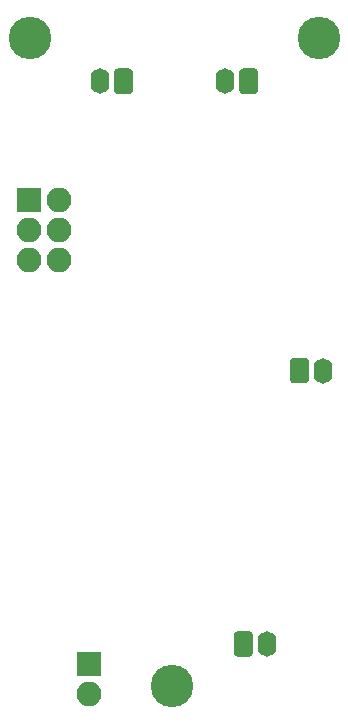
<source format=gbr>
G04 #@! TF.GenerationSoftware,KiCad,Pcbnew,(5.1.5)-3*
G04 #@! TF.CreationDate,2021-03-17T11:55:38+00:00*
G04 #@! TF.ProjectId,ModuleV440,4d6f6475-6c65-4563-9434-302e6b696361,rev?*
G04 #@! TF.SameCoordinates,Original*
G04 #@! TF.FileFunction,Soldermask,Bot*
G04 #@! TF.FilePolarity,Negative*
%FSLAX46Y46*%
G04 Gerber Fmt 4.6, Leading zero omitted, Abs format (unit mm)*
G04 Created by KiCad (PCBNEW (5.1.5)-3) date 2021-03-17 11:55:38*
%MOMM*%
%LPD*%
G04 APERTURE LIST*
%ADD10O,1.600000X2.150000*%
%ADD11C,0.100000*%
%ADD12O,2.100000X2.100000*%
%ADD13R,2.100000X2.100000*%
%ADD14C,3.600000*%
G04 APERTURE END LIST*
D10*
X121217600Y-54387600D03*
D11*
G36*
X123716940Y-53314205D02*
G01*
X123749298Y-53319005D01*
X123781029Y-53326953D01*
X123811829Y-53337973D01*
X123841400Y-53351959D01*
X123869457Y-53368777D01*
X123895732Y-53388263D01*
X123919969Y-53410231D01*
X123941937Y-53434468D01*
X123961423Y-53460743D01*
X123978241Y-53488800D01*
X123992227Y-53518371D01*
X124003247Y-53549171D01*
X124011195Y-53580902D01*
X124015995Y-53613260D01*
X124017600Y-53645932D01*
X124017600Y-55129268D01*
X124015995Y-55161940D01*
X124011195Y-55194298D01*
X124003247Y-55226029D01*
X123992227Y-55256829D01*
X123978241Y-55286400D01*
X123961423Y-55314457D01*
X123941937Y-55340732D01*
X123919969Y-55364969D01*
X123895732Y-55386937D01*
X123869457Y-55406423D01*
X123841400Y-55423241D01*
X123811829Y-55437227D01*
X123781029Y-55448247D01*
X123749298Y-55456195D01*
X123716940Y-55460995D01*
X123684268Y-55462600D01*
X122750932Y-55462600D01*
X122718260Y-55460995D01*
X122685902Y-55456195D01*
X122654171Y-55448247D01*
X122623371Y-55437227D01*
X122593800Y-55423241D01*
X122565743Y-55406423D01*
X122539468Y-55386937D01*
X122515231Y-55364969D01*
X122493263Y-55340732D01*
X122473777Y-55314457D01*
X122456959Y-55286400D01*
X122442973Y-55256829D01*
X122431953Y-55226029D01*
X122424005Y-55194298D01*
X122419205Y-55161940D01*
X122417600Y-55129268D01*
X122417600Y-53645932D01*
X122419205Y-53613260D01*
X122424005Y-53580902D01*
X122431953Y-53549171D01*
X122442973Y-53518371D01*
X122456959Y-53488800D01*
X122473777Y-53460743D01*
X122493263Y-53434468D01*
X122515231Y-53410231D01*
X122539468Y-53388263D01*
X122565743Y-53368777D01*
X122593800Y-53351959D01*
X122623371Y-53337973D01*
X122654171Y-53326953D01*
X122685902Y-53319005D01*
X122718260Y-53314205D01*
X122750932Y-53312600D01*
X123684268Y-53312600D01*
X123716940Y-53314205D01*
G37*
D10*
X110617600Y-54387600D03*
D11*
G36*
X113116940Y-53314205D02*
G01*
X113149298Y-53319005D01*
X113181029Y-53326953D01*
X113211829Y-53337973D01*
X113241400Y-53351959D01*
X113269457Y-53368777D01*
X113295732Y-53388263D01*
X113319969Y-53410231D01*
X113341937Y-53434468D01*
X113361423Y-53460743D01*
X113378241Y-53488800D01*
X113392227Y-53518371D01*
X113403247Y-53549171D01*
X113411195Y-53580902D01*
X113415995Y-53613260D01*
X113417600Y-53645932D01*
X113417600Y-55129268D01*
X113415995Y-55161940D01*
X113411195Y-55194298D01*
X113403247Y-55226029D01*
X113392227Y-55256829D01*
X113378241Y-55286400D01*
X113361423Y-55314457D01*
X113341937Y-55340732D01*
X113319969Y-55364969D01*
X113295732Y-55386937D01*
X113269457Y-55406423D01*
X113241400Y-55423241D01*
X113211829Y-55437227D01*
X113181029Y-55448247D01*
X113149298Y-55456195D01*
X113116940Y-55460995D01*
X113084268Y-55462600D01*
X112150932Y-55462600D01*
X112118260Y-55460995D01*
X112085902Y-55456195D01*
X112054171Y-55448247D01*
X112023371Y-55437227D01*
X111993800Y-55423241D01*
X111965743Y-55406423D01*
X111939468Y-55386937D01*
X111915231Y-55364969D01*
X111893263Y-55340732D01*
X111873777Y-55314457D01*
X111856959Y-55286400D01*
X111842973Y-55256829D01*
X111831953Y-55226029D01*
X111824005Y-55194298D01*
X111819205Y-55161940D01*
X111817600Y-55129268D01*
X111817600Y-53645932D01*
X111819205Y-53613260D01*
X111824005Y-53580902D01*
X111831953Y-53549171D01*
X111842973Y-53518371D01*
X111856959Y-53488800D01*
X111873777Y-53460743D01*
X111893263Y-53434468D01*
X111915231Y-53410231D01*
X111939468Y-53388263D01*
X111965743Y-53368777D01*
X111993800Y-53351959D01*
X112023371Y-53337973D01*
X112054171Y-53326953D01*
X112085902Y-53319005D01*
X112118260Y-53314205D01*
X112150932Y-53312600D01*
X113084268Y-53312600D01*
X113116940Y-53314205D01*
G37*
D12*
X109667600Y-106302600D03*
D13*
X109667600Y-103762600D03*
D10*
X124767600Y-102037600D03*
D11*
G36*
X123266940Y-100964205D02*
G01*
X123299298Y-100969005D01*
X123331029Y-100976953D01*
X123361829Y-100987973D01*
X123391400Y-101001959D01*
X123419457Y-101018777D01*
X123445732Y-101038263D01*
X123469969Y-101060231D01*
X123491937Y-101084468D01*
X123511423Y-101110743D01*
X123528241Y-101138800D01*
X123542227Y-101168371D01*
X123553247Y-101199171D01*
X123561195Y-101230902D01*
X123565995Y-101263260D01*
X123567600Y-101295932D01*
X123567600Y-102779268D01*
X123565995Y-102811940D01*
X123561195Y-102844298D01*
X123553247Y-102876029D01*
X123542227Y-102906829D01*
X123528241Y-102936400D01*
X123511423Y-102964457D01*
X123491937Y-102990732D01*
X123469969Y-103014969D01*
X123445732Y-103036937D01*
X123419457Y-103056423D01*
X123391400Y-103073241D01*
X123361829Y-103087227D01*
X123331029Y-103098247D01*
X123299298Y-103106195D01*
X123266940Y-103110995D01*
X123234268Y-103112600D01*
X122300932Y-103112600D01*
X122268260Y-103110995D01*
X122235902Y-103106195D01*
X122204171Y-103098247D01*
X122173371Y-103087227D01*
X122143800Y-103073241D01*
X122115743Y-103056423D01*
X122089468Y-103036937D01*
X122065231Y-103014969D01*
X122043263Y-102990732D01*
X122023777Y-102964457D01*
X122006959Y-102936400D01*
X121992973Y-102906829D01*
X121981953Y-102876029D01*
X121974005Y-102844298D01*
X121969205Y-102811940D01*
X121967600Y-102779268D01*
X121967600Y-101295932D01*
X121969205Y-101263260D01*
X121974005Y-101230902D01*
X121981953Y-101199171D01*
X121992973Y-101168371D01*
X122006959Y-101138800D01*
X122023777Y-101110743D01*
X122043263Y-101084468D01*
X122065231Y-101060231D01*
X122089468Y-101038263D01*
X122115743Y-101018777D01*
X122143800Y-101001959D01*
X122173371Y-100987973D01*
X122204171Y-100976953D01*
X122235902Y-100969005D01*
X122268260Y-100964205D01*
X122300932Y-100962600D01*
X123234268Y-100962600D01*
X123266940Y-100964205D01*
G37*
D10*
X129517600Y-78887600D03*
D11*
G36*
X128016940Y-77814205D02*
G01*
X128049298Y-77819005D01*
X128081029Y-77826953D01*
X128111829Y-77837973D01*
X128141400Y-77851959D01*
X128169457Y-77868777D01*
X128195732Y-77888263D01*
X128219969Y-77910231D01*
X128241937Y-77934468D01*
X128261423Y-77960743D01*
X128278241Y-77988800D01*
X128292227Y-78018371D01*
X128303247Y-78049171D01*
X128311195Y-78080902D01*
X128315995Y-78113260D01*
X128317600Y-78145932D01*
X128317600Y-79629268D01*
X128315995Y-79661940D01*
X128311195Y-79694298D01*
X128303247Y-79726029D01*
X128292227Y-79756829D01*
X128278241Y-79786400D01*
X128261423Y-79814457D01*
X128241937Y-79840732D01*
X128219969Y-79864969D01*
X128195732Y-79886937D01*
X128169457Y-79906423D01*
X128141400Y-79923241D01*
X128111829Y-79937227D01*
X128081029Y-79948247D01*
X128049298Y-79956195D01*
X128016940Y-79960995D01*
X127984268Y-79962600D01*
X127050932Y-79962600D01*
X127018260Y-79960995D01*
X126985902Y-79956195D01*
X126954171Y-79948247D01*
X126923371Y-79937227D01*
X126893800Y-79923241D01*
X126865743Y-79906423D01*
X126839468Y-79886937D01*
X126815231Y-79864969D01*
X126793263Y-79840732D01*
X126773777Y-79814457D01*
X126756959Y-79786400D01*
X126742973Y-79756829D01*
X126731953Y-79726029D01*
X126724005Y-79694298D01*
X126719205Y-79661940D01*
X126717600Y-79629268D01*
X126717600Y-78145932D01*
X126719205Y-78113260D01*
X126724005Y-78080902D01*
X126731953Y-78049171D01*
X126742973Y-78018371D01*
X126756959Y-77988800D01*
X126773777Y-77960743D01*
X126793263Y-77934468D01*
X126815231Y-77910231D01*
X126839468Y-77888263D01*
X126865743Y-77868777D01*
X126893800Y-77851959D01*
X126923371Y-77837973D01*
X126954171Y-77826953D01*
X126985902Y-77819005D01*
X127018260Y-77814205D01*
X127050932Y-77812600D01*
X127984268Y-77812600D01*
X128016940Y-77814205D01*
G37*
D14*
X116757600Y-105637600D03*
X129167600Y-50737600D03*
X104667600Y-50737600D03*
D13*
X104642600Y-64462600D03*
D12*
X107182600Y-64462600D03*
X104642600Y-67002600D03*
X107182600Y-67002600D03*
X104642600Y-69542600D03*
X107182600Y-69542600D03*
M02*

</source>
